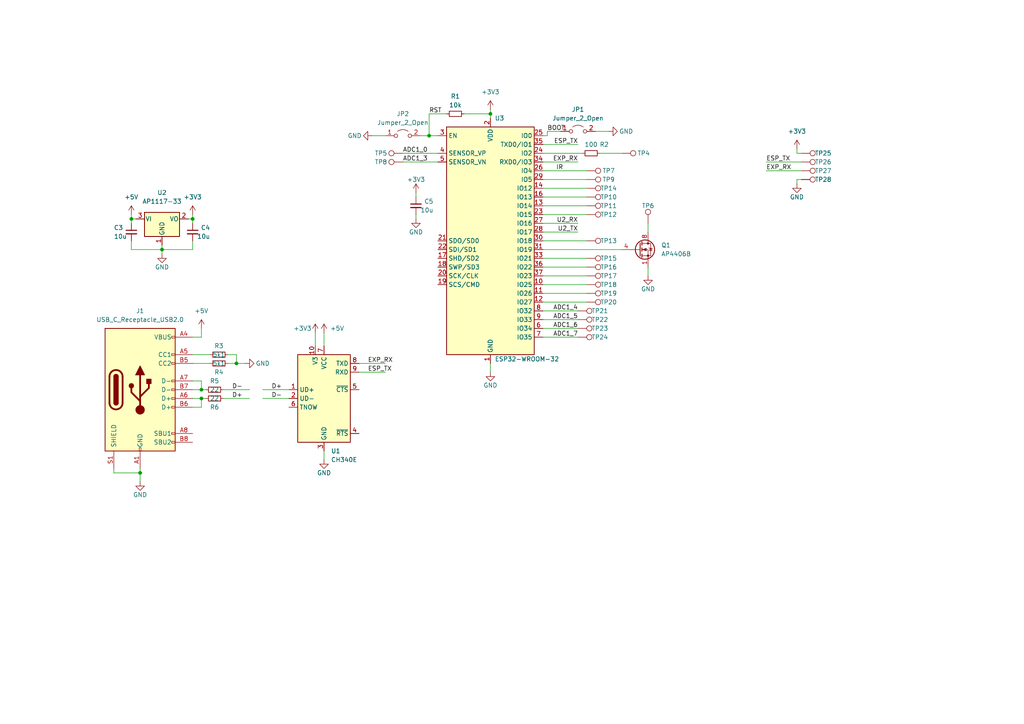
<source format=kicad_sch>
(kicad_sch (version 20211123) (generator eeschema)
  (paper "A4")
  (lib_symbols
    (symbol "Connector:TestPoint" (pin_numbers hide) (pin_names (offset 0.762) hide)
      (property "Reference" "TP" (at 0 6.858 0))
      (property "Value" "TestPoint" (at 0 5.08 0))
      (symbol "TestPoint_0_1"
        (circle (center 0 3.302) (radius 0.762))
      )
      (symbol "TestPoint_1_1"
        (pin passive line (at 0 0 90) (length 2.54) (name "1") (number "1"))
      )
    )
    (symbol "Connector:USB_C_Receptacle_USB2.0" (pin_names (offset 1.016))
      (property "Reference" "J" (at -10.16 19.05 0))
      (property "Value" "USB_C_Receptacle_USB2.0" (at 19.05 19.05 0))
      (symbol "USB_C_Receptacle_USB2.0_0_0"
        (rectangle (start -0.254 -17.78) (end 0.254 -16.764))
        (rectangle (start 10.16 -14.986) (end 9.144 -15.494))
        (rectangle (start 10.16 -12.446) (end 9.144 -12.954))
        (rectangle (start 10.16 -4.826) (end 9.144 -5.334))
        (rectangle (start 10.16 -2.286) (end 9.144 -2.794))
        (rectangle (start 10.16 0.254) (end 9.144 -0.254))
        (rectangle (start 10.16 2.794) (end 9.144 2.286))
        (rectangle (start 10.16 7.874) (end 9.144 7.366))
        (rectangle (start 10.16 10.414) (end 9.144 9.906))
        (rectangle (start 10.16 15.494) (end 9.144 14.986))
      )
      (symbol "USB_C_Receptacle_USB2.0_0_1"
        (rectangle (start -10.16 17.78) (end 10.16 -17.78) (stroke (width 0.254)) (fill (type background)))
        (arc (start -8.89 -3.81) (mid -6.985 -5.715) (end -5.08 -3.81) (stroke (width 0.508)))
        (arc (start -7.62 -3.81) (mid -6.985 -4.445) (end -6.35 -3.81) (stroke (width 0.254)))
        (arc (start -7.62 -3.81) (mid -6.985 -4.445) (end -6.35 -3.81) (stroke (width 0.254)) (fill (type outline)))
        (rectangle (start -7.62 -3.81) (end -6.35 3.81) (stroke (width 0.254)) (fill (type outline)))
        (arc (start -6.35 3.81) (mid -6.985 4.445) (end -7.62 3.81) (stroke (width 0.254)))
        (arc (start -6.35 3.81) (mid -6.985 4.445) (end -7.62 3.81) (stroke (width 0.254)) (fill (type outline)))
        (arc (start -5.08 3.81) (mid -6.985 5.715) (end -8.89 3.81) (stroke (width 0.508)))
        (circle (center -2.54 1.143) (radius 0.635) (stroke (width 0.254)) (fill (type outline)))
        (circle (center 0 -5.842) (radius 1.27) (fill (type outline)))
        (polyline (pts (xy -8.89 -3.81) (xy -8.89 3.81)) (stroke (width 0.508)))
        (polyline (pts (xy -5.08 3.81) (xy -5.08 -3.81)) (stroke (width 0.508)))
        (polyline (pts (xy 0 -5.842) (xy 0 4.318)) (stroke (width 0.508)))
        (polyline (pts (xy 0 -3.302) (xy -2.54 -0.762) (xy -2.54 0.508)) (stroke (width 0.508)))
        (polyline (pts (xy 0 -2.032) (xy 2.54 0.508) (xy 2.54 1.778)) (stroke (width 0.508)))
        (polyline (pts (xy -1.27 4.318) (xy 0 6.858) (xy 1.27 4.318) (xy -1.27 4.318)) (stroke (width 0.254)) (fill (type outline)))
        (rectangle (start 1.905 1.778) (end 3.175 3.048) (stroke (width 0.254)) (fill (type outline)))
      )
      (symbol "USB_C_Receptacle_USB2.0_1_1"
        (pin passive line (at 0 -22.86 90) (length 5.08) (name "GND") (number "A1"))
        (pin passive line (at 0 -22.86 90) (length 5.08) hide (name "GND") (number "A12"))
        (pin passive line (at 15.24 15.24 180) (length 5.08) (name "VBUS") (number "A4"))
        (pin bidirectional line (at 15.24 10.16 180) (length 5.08) (name "CC1") (number "A5"))
        (pin bidirectional line (at 15.24 -2.54 180) (length 5.08) (name "D+") (number "A6"))
        (pin bidirectional line (at 15.24 2.54 180) (length 5.08) (name "D-") (number "A7"))
        (pin bidirectional line (at 15.24 -12.7 180) (length 5.08) (name "SBU1") (number "A8"))
        (pin passive line (at 15.24 15.24 180) (length 5.08) hide (name "VBUS") (number "A9"))
        (pin passive line (at 0 -22.86 90) (length 5.08) hide (name "GND") (number "B1"))
        (pin passive line (at 0 -22.86 90) (length 5.08) hide (name "GND") (number "B12"))
        (pin passive line (at 15.24 15.24 180) (length 5.08) hide (name "VBUS") (number "B4"))
        (pin bidirectional line (at 15.24 7.62 180) (length 5.08) (name "CC2") (number "B5"))
        (pin bidirectional line (at 15.24 -5.08 180) (length 5.08) (name "D+") (number "B6"))
        (pin bidirectional line (at 15.24 0 180) (length 5.08) (name "D-") (number "B7"))
        (pin bidirectional line (at 15.24 -15.24 180) (length 5.08) (name "SBU2") (number "B8"))
        (pin passive line (at 15.24 15.24 180) (length 5.08) hide (name "VBUS") (number "B9"))
        (pin passive line (at -7.62 -22.86 90) (length 5.08) (name "SHIELD") (number "S1"))
      )
    )
    (symbol "Device:C_Small" (pin_numbers hide) (pin_names (offset 0.254) hide)
      (property "Reference" "C" (at 0.254 1.778 0))
      (property "Value" "C_Small" (at 0.254 -2.032 0))
      (symbol "C_Small_0_1"
        (polyline (pts (xy -1.524 -0.508) (xy 1.524 -0.508)) (stroke (width 0.3302)))
        (polyline (pts (xy -1.524 0.508) (xy 1.524 0.508)) (stroke (width 0.3048)))
      )
      (symbol "C_Small_1_1"
        (pin passive line (at 0 2.54 270) (length 2.032) (name "~") (number "1"))
        (pin passive line (at 0 -2.54 90) (length 2.032) (name "~") (number "2"))
      )
    )
    (symbol "Device:R_Small" (pin_numbers hide) (pin_names (offset 0.254) hide)
      (property "Reference" "R" (at 0.762 0.508 0))
      (property "Value" "R_Small" (at 0.762 -1.016 0))
      (symbol "R_Small_0_1"
        (rectangle (start -0.762 1.778) (end 0.762 -1.778) (stroke (width 0.2032)))
      )
      (symbol "R_Small_1_1"
        (pin passive line (at 0 2.54 270) (length 0.762) (name "~") (number "1"))
        (pin passive line (at 0 -2.54 90) (length 0.762) (name "~") (number "2"))
      )
    )
    (symbol "Interface_USB:CH340E"
      (property "Reference" "U" (at -5.08 13.97 0))
      (property "Value" "CH340E" (at 1.27 13.97 0))
      (symbol "CH340E_0_1"
        (rectangle (start -7.62 12.7) (end 7.62 -12.7) (stroke (width 0.254)) (fill (type background)))
      )
      (symbol "CH340E_1_1"
        (pin bidirectional line (at -10.16 2.54 0) (length 2.54) (name "UD+") (number "1"))
        (pin passive line (at -2.54 15.24 270) (length 2.54) (name "V3") (number "10"))
        (pin bidirectional line (at -10.16 0 0) (length 2.54) (name "UD-") (number "2"))
        (pin power_in line (at 0 -15.24 90) (length 2.54) (name "GND") (number "3"))
        (pin output line (at 10.16 -10.16 180) (length 2.54) (name "~{RTS}") (number "4"))
        (pin input line (at 10.16 2.54 180) (length 2.54) (name "~{CTS}") (number "5"))
        (pin output line (at -10.16 -2.54 0) (length 2.54) (name "TNOW") (number "6"))
        (pin power_in line (at 0 15.24 270) (length 2.54) (name "VCC") (number "7"))
        (pin output line (at 10.16 10.16 180) (length 2.54) (name "TXD") (number "8"))
        (pin input line (at 10.16 7.62 180) (length 2.54) (name "RXD") (number "9"))
      )
    )
    (symbol "Jumper:Jumper_2_Open" (pin_names (offset 0) hide)
      (property "Reference" "JP" (at 0 2.794 0))
      (property "Value" "Jumper_2_Open" (at 0 -2.286 0))
      (symbol "Jumper_2_Open_0_0"
        (circle (center -2.032 0) (radius 0.508))
        (circle (center 2.032 0) (radius 0.508))
      )
      (symbol "Jumper_2_Open_0_1"
        (arc (start 1.524 1.27) (mid 0 1.778) (end -1.524 1.27))
      )
      (symbol "Jumper_2_Open_1_1"
        (pin passive line (at -5.08 0 0) (length 2.54) (name "A") (number "1"))
        (pin passive line (at 5.08 0 180) (length 2.54) (name "B") (number "2"))
      )
    )
    (symbol "RF_Module:ESP32-WROOM-32"
      (property "Reference" "U" (at -12.7 34.29 0))
      (property "Value" "ESP32-WROOM-32" (at 1.27 34.29 0))
      (symbol "ESP32-WROOM-32_0_1"
        (rectangle (start -12.7 33.02) (end 12.7 -33.02) (stroke (width 0.254)) (fill (type background)))
      )
      (symbol "ESP32-WROOM-32_1_1"
        (pin power_in line (at 0 -35.56 90) (length 2.54) (name "GND") (number "1"))
        (pin bidirectional line (at 15.24 -12.7 180) (length 2.54) (name "IO25") (number "10"))
        (pin bidirectional line (at 15.24 -15.24 180) (length 2.54) (name "IO26") (number "11"))
        (pin bidirectional line (at 15.24 -17.78 180) (length 2.54) (name "IO27") (number "12"))
        (pin bidirectional line (at 15.24 10.16 180) (length 2.54) (name "IO14") (number "13"))
        (pin bidirectional line (at 15.24 15.24 180) (length 2.54) (name "IO12") (number "14"))
        (pin passive line (at 0 -35.56 90) (length 2.54) hide (name "GND") (number "15"))
        (pin bidirectional line (at 15.24 12.7 180) (length 2.54) (name "IO13") (number "16"))
        (pin bidirectional line (at -15.24 -5.08 0) (length 2.54) (name "SHD/SD2") (number "17"))
        (pin bidirectional line (at -15.24 -7.62 0) (length 2.54) (name "SWP/SD3") (number "18"))
        (pin bidirectional line (at -15.24 -12.7 0) (length 2.54) (name "SCS/CMD") (number "19"))
        (pin power_in line (at 0 35.56 270) (length 2.54) (name "VDD") (number "2"))
        (pin bidirectional line (at -15.24 -10.16 0) (length 2.54) (name "SCK/CLK") (number "20"))
        (pin bidirectional line (at -15.24 0 0) (length 2.54) (name "SDO/SD0") (number "21"))
        (pin bidirectional line (at -15.24 -2.54 0) (length 2.54) (name "SDI/SD1") (number "22"))
        (pin bidirectional line (at 15.24 7.62 180) (length 2.54) (name "IO15") (number "23"))
        (pin bidirectional line (at 15.24 25.4 180) (length 2.54) (name "IO2") (number "24"))
        (pin bidirectional line (at 15.24 30.48 180) (length 2.54) (name "IO0") (number "25"))
        (pin bidirectional line (at 15.24 20.32 180) (length 2.54) (name "IO4") (number "26"))
        (pin bidirectional line (at 15.24 5.08 180) (length 2.54) (name "IO16") (number "27"))
        (pin bidirectional line (at 15.24 2.54 180) (length 2.54) (name "IO17") (number "28"))
        (pin bidirectional line (at 15.24 17.78 180) (length 2.54) (name "IO5") (number "29"))
        (pin input line (at -15.24 30.48 0) (length 2.54) (name "EN") (number "3"))
        (pin bidirectional line (at 15.24 0 180) (length 2.54) (name "IO18") (number "30"))
        (pin bidirectional line (at 15.24 -2.54 180) (length 2.54) (name "IO19") (number "31"))
        (pin no_connect line (at -12.7 -27.94 0) (length 2.54) hide (name "NC") (number "32"))
        (pin bidirectional line (at 15.24 -5.08 180) (length 2.54) (name "IO21") (number "33"))
        (pin bidirectional line (at 15.24 22.86 180) (length 2.54) (name "RXD0/IO3") (number "34"))
        (pin bidirectional line (at 15.24 27.94 180) (length 2.54) (name "TXD0/IO1") (number "35"))
        (pin bidirectional line (at 15.24 -7.62 180) (length 2.54) (name "IO22") (number "36"))
        (pin bidirectional line (at 15.24 -10.16 180) (length 2.54) (name "IO23") (number "37"))
        (pin passive line (at 0 -35.56 90) (length 2.54) hide (name "GND") (number "38"))
        (pin passive line (at 0 -35.56 90) (length 2.54) hide (name "GND") (number "39"))
        (pin input line (at -15.24 25.4 0) (length 2.54) (name "SENSOR_VP") (number "4"))
        (pin input line (at -15.24 22.86 0) (length 2.54) (name "SENSOR_VN") (number "5"))
        (pin input line (at 15.24 -25.4 180) (length 2.54) (name "IO34") (number "6"))
        (pin input line (at 15.24 -27.94 180) (length 2.54) (name "IO35") (number "7"))
        (pin bidirectional line (at 15.24 -20.32 180) (length 2.54) (name "IO32") (number "8"))
        (pin bidirectional line (at 15.24 -22.86 180) (length 2.54) (name "IO33") (number "9"))
      )
    )
    (symbol "Regulator_Linear:AP1117-33" (pin_names (offset 0.254))
      (property "Reference" "U" (at -3.81 3.175 0))
      (property "Value" "AP1117-33" (at 0 3.175 0))
      (symbol "AP1117-33_0_1"
        (rectangle (start -5.08 -5.08) (end 5.08 1.905) (stroke (width 0.254)) (fill (type background)))
      )
      (symbol "AP1117-33_1_1"
        (pin power_in line (at 0 -7.62 90) (length 2.54) (name "GND") (number "1"))
        (pin power_out line (at 7.62 0 180) (length 2.54) (name "VO") (number "2"))
        (pin power_in line (at -7.62 0 0) (length 2.54) (name "VI") (number "3"))
      )
    )
    (symbol "Transistor_FET:IRF8721PBF-1" (pin_names hide)
      (property "Reference" "Q" (at 5.08 2.54 0))
      (property "Value" "IRF8721PBF-1" (at 5.08 0 0))
      (symbol "IRF8721PBF-1_0_1"
        (polyline (pts (xy 0.254 0) (xy -2.54 0)))
        (polyline (pts (xy 0.254 1.905) (xy 0.254 -1.905)) (stroke (width 0.254)))
        (polyline (pts (xy 0.762 -1.27) (xy 0.762 -2.286)) (stroke (width 0.254)))
        (polyline (pts (xy 0.762 0.508) (xy 0.762 -0.508)) (stroke (width 0.254)))
        (polyline (pts (xy 0.762 2.286) (xy 0.762 1.27)) (stroke (width 0.254)))
        (polyline (pts (xy 2.54 2.54) (xy 2.54 1.778)))
        (polyline (pts (xy 2.54 -2.54) (xy 2.54 0) (xy 0.762 0)))
        (polyline (pts (xy 0.762 -1.778) (xy 3.302 -1.778) (xy 3.302 1.778) (xy 0.762 1.778)))
        (polyline (pts (xy 1.016 0) (xy 2.032 0.381) (xy 2.032 -0.381) (xy 1.016 0)) (fill (type outline)))
        (polyline (pts (xy 2.794 0.508) (xy 2.921 0.381) (xy 3.683 0.381) (xy 3.81 0.254)))
        (polyline (pts (xy 3.302 0.381) (xy 2.921 -0.254) (xy 3.683 -0.254) (xy 3.302 0.381)))
        (circle (center 1.651 0) (radius 2.794) (stroke (width 0.254)))
        (circle (center 2.54 -1.778) (radius 0.254) (fill (type outline)))
        (circle (center 2.54 1.778) (radius 0.254) (fill (type outline)))
      )
      (symbol "IRF8721PBF-1_1_1"
        (pin passive line (at 2.54 -5.08 90) (length 2.54) (name "S") (number "1"))
        (pin passive line (at 2.54 -5.08 90) (length 2.54) hide (name "S") (number "2"))
        (pin passive line (at 2.54 -5.08 90) (length 2.54) hide (name "S") (number "3"))
        (pin input line (at -5.08 0 0) (length 2.54) (name "G") (number "4"))
        (pin passive line (at 2.54 5.08 270) (length 2.54) hide (name "D") (number "5"))
        (pin passive line (at 2.54 5.08 270) (length 2.54) hide (name "D") (number "6"))
        (pin passive line (at 2.54 5.08 270) (length 2.54) hide (name "D") (number "7"))
        (pin passive line (at 2.54 5.08 270) (length 2.54) (name "D") (number "8"))
      )
    )
    (symbol "power:+3V3" (power) (pin_names (offset 0))
      (property "Value" "+3V3" (at 0 3.556 0))
      (symbol "+3V3_0_1"
        (polyline (pts (xy -0.762 1.27) (xy 0 2.54)))
        (polyline (pts (xy 0 0) (xy 0 2.54)))
        (polyline (pts (xy 0 2.54) (xy 0.762 1.27)))
      )
      (symbol "+3V3_1_1"
        (pin power_in line (at 0 0 90) (length 0) hide (name "+3V3") (number "1"))
      )
    )
    (symbol "power:+5V" (power) (pin_names (offset 0))
      (property "Value" "+5V" (at 0 3.556 0))
      (symbol "+5V_0_1"
        (polyline (pts (xy -0.762 1.27) (xy 0 2.54)))
        (polyline (pts (xy 0 0) (xy 0 2.54)))
        (polyline (pts (xy 0 2.54) (xy 0.762 1.27)))
      )
      (symbol "+5V_1_1"
        (pin power_in line (at 0 0 90) (length 0) hide (name "+5V") (number "1"))
      )
    )
    (symbol "power:GND" (power) (pin_names (offset 0))
      (property "Value" "GND" (at 0 -3.81 0))
      (symbol "GND_0_1"
        (polyline (pts (xy 0 0) (xy 0 -1.27) (xy 1.27 -1.27) (xy 0 -2.54) (xy -1.27 -1.27) (xy 0 -1.27)))
      )
      (symbol "GND_1_1"
        (pin power_in line (at 0 0 270) (length 0) hide (name "GND") (number "1"))
      )
    )
  )
  (junction (at 38.1 63.5))
  (junction (at 40.64 137.16))
  (junction (at 58.42 113.03))
  (junction (at 68.58 105.41))
  (junction (at 46.99 72.39))
  (junction (at 58.42 115.57))
  (junction (at 124.46 39.37))
  (junction (at 142.24 33.02))
  (junction (at 55.88 63.5))
  (wire (pts (xy 231.14 53.34) (xy 231.14 52.07)))
  (wire (pts (xy 222.25 46.99) (xy 232.41 46.99)))
  (wire (pts (xy 55.88 113.03) (xy 58.42 113.03)))
  (wire (pts (xy 55.88 110.49) (xy 58.42 110.49)))
  (wire (pts (xy 157.48 59.69) (xy 170.18 59.69)))
  (wire (pts (xy 157.48 62.23) (xy 170.18 62.23)))
  (wire (pts (xy 55.88 105.41) (xy 60.96 105.41)))
  (wire (pts (xy 157.48 82.55) (xy 170.18 82.55)))
  (wire (pts (xy 120.65 62.23) (xy 120.65 63.5)))
  (wire (pts (xy 157.48 87.63) (xy 170.18 87.63)))
  (wire (pts (xy 222.25 49.53) (xy 232.41 49.53)))
  (wire (pts (xy 58.42 118.11) (xy 58.42 115.57)))
  (wire (pts (xy 124.46 39.37) (xy 127 39.37)))
  (wire (pts (xy 38.1 69.85) (xy 38.1 72.39)))
  (wire (pts (xy 157.48 44.45) (xy 168.91 44.45)))
  (wire (pts (xy 68.58 105.41) (xy 71.12 105.41)))
  (wire (pts (xy 93.98 96.52) (xy 93.98 100.33)))
  (wire (pts (xy 58.42 95.25) (xy 58.42 97.79)))
  (wire (pts (xy 172.72 38.1) (xy 176.53 38.1)))
  (wire (pts (xy 167.64 64.77) (xy 157.48 64.77)))
  (wire (pts (xy 187.96 64.77) (xy 187.96 67.31)))
  (wire (pts (xy 124.46 33.02) (xy 129.54 33.02)))
  (wire (pts (xy 167.64 41.91) (xy 157.48 41.91)))
  (wire (pts (xy 58.42 115.57) (xy 59.69 115.57)))
  (wire (pts (xy 55.88 62.23) (xy 55.88 63.5)))
  (wire (pts (xy 91.44 96.52) (xy 91.44 100.33)))
  (wire (pts (xy 38.1 63.5) (xy 39.37 63.5)))
  (wire (pts (xy 120.65 55.88) (xy 120.65 57.15)))
  (wire (pts (xy 167.64 92.71) (xy 157.48 92.71)))
  (wire (pts (xy 38.1 72.39) (xy 46.99 72.39)))
  (wire (pts (xy 116.84 44.45) (xy 127 44.45)))
  (wire (pts (xy 58.42 97.79) (xy 55.88 97.79)))
  (wire (pts (xy 187.96 77.47) (xy 187.96 80.01)))
  (wire (pts (xy 231.14 43.18) (xy 231.14 44.45)))
  (wire (pts (xy 142.24 31.75) (xy 142.24 33.02)))
  (wire (pts (xy 167.64 46.99) (xy 157.48 46.99)))
  (wire (pts (xy 66.04 105.41) (xy 68.58 105.41)))
  (wire (pts (xy 173.99 44.45) (xy 180.34 44.45)))
  (wire (pts (xy 158.75 38.1) (xy 162.56 38.1)))
  (wire (pts (xy 66.04 102.87) (xy 68.58 102.87)))
  (wire (pts (xy 58.42 110.49) (xy 58.42 113.03)))
  (wire (pts (xy 104.14 107.95) (xy 111.76 107.95)))
  (wire (pts (xy 38.1 62.23) (xy 38.1 63.5)))
  (wire (pts (xy 157.48 57.15) (xy 170.18 57.15)))
  (wire (pts (xy 54.61 63.5) (xy 55.88 63.5)))
  (wire (pts (xy 55.88 102.87) (xy 60.96 102.87)))
  (wire (pts (xy 157.48 49.53) (xy 170.18 49.53)))
  (wire (pts (xy 157.48 74.93) (xy 170.18 74.93)))
  (wire (pts (xy 157.48 77.47) (xy 170.18 77.47)))
  (wire (pts (xy 157.48 72.39) (xy 180.34 72.39)))
  (wire (pts (xy 157.48 69.85) (xy 170.18 69.85)))
  (wire (pts (xy 55.88 115.57) (xy 58.42 115.57)))
  (wire (pts (xy 55.88 69.85) (xy 55.88 72.39)))
  (wire (pts (xy 231.14 52.07) (xy 232.41 52.07)))
  (wire (pts (xy 124.46 33.02) (xy 124.46 39.37)))
  (wire (pts (xy 116.84 46.99) (xy 127 46.99)))
  (wire (pts (xy 55.88 118.11) (xy 58.42 118.11)))
  (wire (pts (xy 121.92 39.37) (xy 124.46 39.37)))
  (wire (pts (xy 157.48 39.37) (xy 158.75 39.37)))
  (wire (pts (xy 157.48 85.09) (xy 170.18 85.09)))
  (wire (pts (xy 158.75 39.37) (xy 158.75 38.1)))
  (wire (pts (xy 157.48 80.01) (xy 170.18 80.01)))
  (wire (pts (xy 142.24 33.02) (xy 142.24 34.29)))
  (wire (pts (xy 55.88 72.39) (xy 46.99 72.39)))
  (wire (pts (xy 231.14 44.45) (xy 232.41 44.45)))
  (wire (pts (xy 167.64 67.31) (xy 157.48 67.31)))
  (wire (pts (xy 58.42 113.03) (xy 59.69 113.03)))
  (wire (pts (xy 46.99 72.39) (xy 46.99 73.66)))
  (wire (pts (xy 167.64 95.25) (xy 157.48 95.25)))
  (wire (pts (xy 38.1 63.5) (xy 38.1 64.77)))
  (wire (pts (xy 40.64 137.16) (xy 40.64 139.7)))
  (wire (pts (xy 167.64 97.79) (xy 157.48 97.79)))
  (wire (pts (xy 68.58 102.87) (xy 68.58 105.41)))
  (wire (pts (xy 40.64 137.16) (xy 40.64 135.89)))
  (wire (pts (xy 64.77 113.03) (xy 72.39 113.03)))
  (wire (pts (xy 104.14 105.41) (xy 111.76 105.41)))
  (wire (pts (xy 167.64 90.17) (xy 157.48 90.17)))
  (wire (pts (xy 55.88 63.5) (xy 55.88 64.77)))
  (wire (pts (xy 46.99 71.12) (xy 46.99 72.39)))
  (wire (pts (xy 111.76 39.37) (xy 107.95 39.37)))
  (wire (pts (xy 33.02 137.16) (xy 40.64 137.16)))
  (wire (pts (xy 157.48 54.61) (xy 170.18 54.61)))
  (wire (pts (xy 93.98 130.81) (xy 93.98 133.35)))
  (wire (pts (xy 76.2 113.03) (xy 83.82 113.03)))
  (wire (pts (xy 157.48 52.07) (xy 170.18 52.07)))
  (wire (pts (xy 142.24 105.41) (xy 142.24 107.95)))
  (wire (pts (xy 134.62 33.02) (xy 142.24 33.02)))
  (wire (pts (xy 64.77 115.57) (xy 72.39 115.57)))
  (wire (pts (xy 33.02 135.89) (xy 33.02 137.16)))
  (wire (pts (xy 76.2 115.57) (xy 83.82 115.57)))
  (label "ADC1_4" (at 167.64 90.17 180))
  (label "BOOT" (at 158.75 38.1 0))
  (label "ADC1_7" (at 167.64 97.79 180))
  (label "U2_TX" (at 167.64 67.31 180))
  (label "ESP_TX" (at 222.25 46.99 0))
  (label "U2_RX" (at 167.64 64.77 180))
  (label "ESP_TX" (at 167.64 41.91 180))
  (label "ADC1_3" (at 116.84 46.99 0))
  (label "D-" (at 67.31 113.03 0))
  (label "ADC1_6" (at 167.64 95.25 180))
  (label "ADC1_5" (at 167.64 92.71 180))
  (label "D-" (at 78.74 115.57 0))
  (label "D+" (at 67.31 115.57 0))
  (label "ESP_TX" (at 106.68 107.95 0))
  (label "EXP_RX" (at 167.64 46.99 180))
  (label "D+" (at 78.74 113.03 0))
  (label "EXP_RX" (at 106.68 105.41 0))
  (label "IR" (at 161.29 49.53 0))
  (label "RST" (at 124.46 33.02 0))
  (label "EXP_RX" (at 222.25 49.53 0))
  (label "ADC1_0" (at 116.84 44.45 0))
  (symbol (lib_id "Device:C_Small") (at 55.88 67.31 0) (mirror y) (unit 1)
    (property "Reference" "C4" (at 60.96 66.04 0) (effects (justify left)))
    (property "Value" "10u" (at 60.96 68.58 0) (effects (justify left)))
    (property "Footprint" "Capacitor_SMD:C_0805_2012Metric" (effects hide))
  )
  (symbol (lib_id "Connector:TestPoint") (at 170.18 49.53 270) (unit 1)
    (property "Reference" "TP7" (at 176.53 49.53 90))
    (property "Value" "TestPoint" (effects hide))
    (property "Footprint" "TestPoint:TestPoint_Pad_D1.5mm" (effects hide))
  )
  (symbol (lib_id "power:GND") (at 46.99 73.66 0) (unit 1)
    (property "Reference" "#PWR0106" (effects hide))
    (property "Value" "GND" (at 46.99 77.47 0))
  )
  (symbol (lib_id "Connector:TestPoint") (at 170.18 54.61 270) (unit 1)
    (property "Reference" "TP14" (at 176.53 54.61 90))
    (property "Value" "TestPoint" (effects hide))
    (property "Footprint" "TestPoint:TestPoint_Pad_D1.5mm" (effects hide))
  )
  (symbol (lib_id "Device:R_Small") (at 62.23 113.03 90) (unit 1)
    (property "Reference" "R5" (at 62.23 110.49 90))
    (property "Value" "22" (at 62.23 113.03 90))
    (property "Footprint" "Resistor_SMD:R_0603_1608Metric" (effects hide))
  )
  (symbol (lib_id "power:GND") (at 120.65 63.5 0) (unit 1)
    (property "Reference" "#PWR0117" (effects hide))
    (property "Value" "GND" (at 120.65 67.31 0))
  )
  (symbol (lib_id "Device:R_Small") (at 62.23 115.57 270) (unit 1)
    (property "Reference" "R6" (at 62.23 118.11 90))
    (property "Value" "22" (at 62.23 115.57 90))
    (property "Footprint" "Resistor_SMD:R_0603_1608Metric" (effects hide))
  )
  (symbol (lib_id "RF_Module:ESP32-WROOM-32") (at 142.24 69.85 0) (unit 1)
    (property "Reference" "U3" (at 143.51 34.29 0) (effects (justify left)))
    (property "Value" "ESP32-WROOM-32" (at 143.51 104.14 0) (effects (justify left)))
    (property "Footprint" "RF_Module:ESP32-WROOM-32" (effects hide))
    (property "Datasheet" "https://www.espressif.com/sites/default/files/documentation/esp32-wroom-32_datasheet_en.pdf" (effects hide))
  )
  (symbol (lib_id "power:+5V") (at 38.1 62.23 0) (unit 1)
    (property "Reference" "#PWR0105" (effects hide))
    (property "Value" "+5V" (at 38.1 57.15 0))
  )
  (symbol (lib_id "power:GND") (at 93.98 133.35 0) (unit 1)
    (property "Reference" "#PWR0109" (effects hide))
    (property "Value" "GND" (at 93.98 137.16 0))
  )
  (symbol (lib_id "Connector:TestPoint") (at 170.18 57.15 270) (unit 1)
    (property "Reference" "TP10" (at 176.53 57.15 90))
    (property "Value" "TestPoint" (effects hide))
    (property "Footprint" "TestPoint:TestPoint_Pad_D1.5mm" (effects hide))
  )
  (symbol (lib_id "Device:R_Small") (at 171.45 44.45 90) (unit 1)
    (property "Reference" "R2" (at 175.26 41.91 90))
    (property "Value" "100" (at 171.45 41.91 90))
    (property "Footprint" "Resistor_SMD:R_0603_1608Metric" (effects hide))
  )
  (symbol (lib_id "Connector:TestPoint") (at 170.18 82.55 270) (unit 1)
    (property "Reference" "TP18" (at 176.53 82.55 90))
    (property "Value" "TestPoint" (effects hide))
    (property "Footprint" "TestPoint:TestPoint_Pad_D1.5mm" (effects hide))
  )
  (symbol (lib_id "power:GND") (at 40.64 139.7 0) (unit 1)
    (property "Reference" "#PWR0102" (effects hide))
    (property "Value" "GND" (at 40.64 143.51 0))
  )
  (symbol (lib_id "power:+5V") (at 93.98 96.52 0) (unit 1)
    (property "Reference" "#PWR0104" (effects hide))
    (property "Value" "+5V" (at 97.79 95.25 0))
  )
  (symbol (lib_id "Connector:TestPoint") (at 170.18 77.47 270) (unit 1)
    (property "Reference" "TP16" (at 176.53 77.47 90))
    (property "Value" "TestPoint" (effects hide))
    (property "Footprint" "TestPoint:TestPoint_Pad_D1.5mm" (effects hide))
  )
  (symbol (lib_id "Connector:TestPoint") (at 167.64 92.71 270) (unit 1)
    (property "Reference" "TP22" (at 173.99 92.71 90))
    (property "Value" "TestPoint" (effects hide))
    (property "Footprint" "TestPoint:TestPoint_Pad_D1.5mm" (effects hide))
  )
  (symbol (lib_id "Connector:TestPoint") (at 187.96 64.77 0) (unit 1)
    (property "Reference" "TP6" (at 187.96 59.69 0))
    (property "Value" "TestPoint" (effects hide))
    (property "Footprint" "TestPoint:TestPoint_Pad_2.0x2.0mm" (effects hide))
  )
  (symbol (lib_id "Transistor_FET:IRF8721PBF-1") (at 185.42 72.39 0) (unit 1)
    (property "Reference" "Q1" (at 191.77 71.1199 0) (effects (justify left)))
    (property "Value" "AP4406B" (at 191.77 73.6599 0) (effects (justify left)))
    (property "Footprint" "Package_SO:SOP-8_3.76x4.96mm_P1.27mm" (effects hide))
    (property "Datasheet" "http://www.irf.com/product-info/datasheets/data/irf8721pbf-1.pdf" (effects hide))
  )
  (symbol (lib_id "Connector:TestPoint") (at 170.18 59.69 270) (unit 1)
    (property "Reference" "TP11" (at 176.53 59.69 90))
    (property "Value" "TestPoint" (effects hide))
    (property "Footprint" "TestPoint:TestPoint_Pad_D1.5mm" (effects hide))
  )
  (symbol (lib_id "Interface_USB:CH340E") (at 93.98 115.57 0) (unit 1)
    (property "Reference" "U1" (at 95.9994 130.81 0) (effects (justify left)))
    (property "Value" "CH340E" (at 95.9994 133.35 0) (effects (justify left)))
    (property "Footprint" "Package_SO:MSOP-10_3x3mm_P0.5mm" (effects hide))
    (property "Datasheet" "https://www.mpja.com/download/35227cpdata.pdf" (effects hide))
  )
  (symbol (lib_id "Jumper:Jumper_2_Open") (at 116.84 39.37 0) (unit 1)
    (property "Reference" "JP2" (at 116.84 33.02 0))
    (property "Value" "Jumper_2_Open" (at 116.84 35.56 0))
    (property "Footprint" "Jumper:SolderJumper-2_P1.3mm_Open_RoundedPad1.0x1.5mm" (effects hide))
  )
  (symbol (lib_id "Connector:TestPoint") (at 170.18 52.07 270) (unit 1)
    (property "Reference" "TP9" (at 176.53 52.07 90))
    (property "Value" "TestPoint" (effects hide))
    (property "Footprint" "TestPoint:TestPoint_Pad_D1.5mm" (effects hide))
  )
  (symbol (lib_id "power:+3V3") (at 142.24 31.75 0) (unit 1)
    (property "Reference" "#PWR0111" (effects hide))
    (property "Value" "+3V3" (at 142.24 26.67 0))
  )
  (symbol (lib_id "power:GND") (at 187.96 80.01 0) (unit 1)
    (property "Reference" "#PWR0115" (effects hide))
    (property "Value" "GND" (at 187.96 83.82 0))
  )
  (symbol (lib_id "Connector:TestPoint") (at 170.18 80.01 270) (unit 1)
    (property "Reference" "TP17" (at 176.53 80.01 90))
    (property "Value" "TestPoint" (effects hide))
    (property "Footprint" "TestPoint:TestPoint_Pad_D1.5mm" (effects hide))
  )
  (symbol (lib_id "power:GND") (at 71.12 105.41 90) (unit 1)
    (property "Reference" "#PWR0103" (effects hide))
    (property "Value" "GND" (at 76.2 105.41 90))
  )
  (symbol (lib_id "power:GND") (at 231.14 53.34 0) (unit 1)
    (property "Reference" "#PWR0119" (effects hide))
    (property "Value" "GND" (at 231.14 57.15 0))
  )
  (symbol (lib_id "Device:C_Small") (at 120.65 59.69 0) (mirror y) (unit 1)
    (property "Reference" "C5" (at 125.73 58.42 0) (effects (justify left)))
    (property "Value" "10u" (at 125.73 60.96 0) (effects (justify left)))
    (property "Footprint" "Capacitor_SMD:C_0805_2012Metric" (effects hide))
  )
  (symbol (lib_id "power:+3V3") (at 55.88 62.23 0) (unit 1)
    (property "Reference" "#PWR0107" (effects hide))
    (property "Value" "+3V3" (at 55.88 57.15 0))
  )
  (symbol (lib_id "Connector:TestPoint") (at 167.64 90.17 270) (unit 1)
    (property "Reference" "TP21" (at 173.99 90.17 90))
    (property "Value" "TestPoint" (effects hide))
    (property "Footprint" "TestPoint:TestPoint_Pad_D1.5mm" (effects hide))
  )
  (symbol (lib_id "Device:R_Small") (at 63.5 102.87 90) (unit 1)
    (property "Reference" "R3" (at 63.5 100.33 90))
    (property "Value" "5k1" (at 63.5 102.87 90))
    (property "Footprint" "Resistor_SMD:R_0603_1608Metric" (effects hide))
  )
  (symbol (lib_id "Connector:TestPoint") (at 167.64 95.25 270) (unit 1)
    (property "Reference" "TP23" (at 173.99 95.25 90))
    (property "Value" "TestPoint" (effects hide))
    (property "Footprint" "TestPoint:TestPoint_Pad_D1.5mm" (effects hide))
  )
  (symbol (lib_id "Connector:TestPoint") (at 170.18 62.23 270) (unit 1)
    (property "Reference" "TP12" (at 176.53 62.23 90))
    (property "Value" "TestPoint" (effects hide))
    (property "Footprint" "TestPoint:TestPoint_Pad_D1.5mm" (effects hide))
  )
  (symbol (lib_id "Connector:TestPoint") (at 180.34 44.45 270) (unit 1)
    (property "Reference" "TP4" (at 186.69 44.45 90))
    (property "Value" "TestPoint" (effects hide))
    (property "Footprint" "TestPoint:TestPoint_Pad_2.0x2.0mm" (effects hide))
  )
  (symbol (lib_id "Connector:TestPoint") (at 170.18 85.09 270) (unit 1)
    (property "Reference" "TP19" (at 176.53 85.09 90))
    (property "Value" "TestPoint" (effects hide))
    (property "Footprint" "TestPoint:TestPoint_Pad_D1.5mm" (effects hide))
  )
  (symbol (lib_id "power:+5V") (at 58.42 95.25 0) (unit 1)
    (property "Reference" "#PWR0101" (effects hide))
    (property "Value" "+5V" (at 58.42 90.17 0))
  )
  (symbol (lib_id "Connector:USB_C_Receptacle_USB2.0") (at 40.64 113.03 0) (unit 1)
    (property "Reference" "J1" (at 40.64 90.17 0))
    (property "Value" "USB_C_Receptacle_USB2.0" (at 40.64 92.71 0))
    (property "Footprint" "Connector_USB:USB_C_Receptacle_GCT_USB4085" (effects hide))
    (property "Datasheet" "https://www.usb.org/sites/default/files/documents/usb_type-c.zip" (effects hide))
  )
  (symbol (lib_id "power:+3V3") (at 231.14 43.18 0) (unit 1)
    (property "Reference" "#PWR0118" (effects hide))
    (property "Value" "+3V3" (at 231.14 38.1 0))
  )
  (symbol (lib_id "Connector:TestPoint") (at 167.64 97.79 270) (unit 1)
    (property "Reference" "TP24" (at 173.99 97.79 90))
    (property "Value" "TestPoint" (effects hide))
    (property "Footprint" "TestPoint:TestPoint_Pad_D1.5mm" (effects hide))
  )
  (symbol (lib_id "Connector:TestPoint") (at 232.41 44.45 270) (unit 1)
    (property "Reference" "TP25" (at 238.76 44.45 90))
    (property "Value" "TestPoint" (effects hide))
    (property "Footprint" "TestPoint:TestPoint_Pad_D1.0mm" (effects hide))
  )
  (symbol (lib_id "Connector:TestPoint") (at 170.18 74.93 270) (unit 1)
    (property "Reference" "TP15" (at 176.53 74.93 90))
    (property "Value" "TestPoint" (effects hide))
    (property "Footprint" "TestPoint:TestPoint_Pad_D1.5mm" (effects hide))
  )
  (symbol (lib_id "Device:C_Small") (at 38.1 67.31 0) (unit 1)
    (property "Reference" "C3" (at 33.02 66.04 0) (effects (justify left)))
    (property "Value" "10u" (at 33.02 68.58 0) (effects (justify left)))
    (property "Footprint" "Capacitor_SMD:C_0805_2012Metric" (effects hide))
  )
  (symbol (lib_id "Connector:TestPoint") (at 232.41 46.99 270) (unit 1)
    (property "Reference" "TP26" (at 238.76 46.99 90))
    (property "Value" "TestPoint" (effects hide))
    (property "Footprint" "TestPoint:TestPoint_Pad_D1.0mm" (effects hide))
  )
  (symbol (lib_id "Connector:TestPoint") (at 116.84 44.45 90) (unit 1)
    (property "Reference" "TP5" (at 110.49 44.45 90))
    (property "Value" "TestPoint" (effects hide))
    (property "Footprint" "TestPoint:TestPoint_Pad_D1.5mm" (effects hide))
  )
  (symbol (lib_id "Connector:TestPoint") (at 232.41 49.53 270) (unit 1)
    (property "Reference" "TP27" (at 238.76 49.53 90))
    (property "Value" "TestPoint" (effects hide))
    (property "Footprint" "TestPoint:TestPoint_Pad_D1.0mm" (effects hide))
  )
  (symbol (lib_id "Connector:TestPoint") (at 116.84 46.99 90) (unit 1)
    (property "Reference" "TP8" (at 110.49 46.99 90))
    (property "Value" "TestPoint" (effects hide))
    (property "Footprint" "TestPoint:TestPoint_Pad_D1.5mm" (effects hide))
  )
  (symbol (lib_id "power:GND") (at 176.53 38.1 90) (unit 1)
    (property "Reference" "#PWR0112" (effects hide))
    (property "Value" "GND" (at 181.61 38.1 90))
  )
  (symbol (lib_id "power:+3V3") (at 91.44 96.52 0) (unit 1)
    (property "Reference" "#PWR0108" (effects hide))
    (property "Value" "+3V3" (at 85.09 95.25 0) (effects (justify left)))
  )
  (symbol (lib_id "Connector:TestPoint") (at 170.18 69.85 270) (unit 1)
    (property "Reference" "TP13" (at 176.53 69.85 90))
    (property "Value" "TestPoint" (effects hide))
    (property "Footprint" "TestPoint:TestPoint_Pad_D1.5mm" (effects hide))
  )
  (symbol (lib_id "power:GND") (at 107.95 39.37 270) (unit 1)
    (property "Reference" "#PWR0113" (effects hide))
    (property "Value" "GND" (at 102.87 39.37 90))
  )
  (symbol (lib_id "Regulator_Linear:AP1117-33") (at 46.99 63.5 0) (unit 1)
    (property "Reference" "U2" (at 46.99 55.88 0))
    (property "Value" "AP1117-33" (at 46.99 58.42 0))
    (property "Footprint" "Package_TO_SOT_SMD:SOT-223-3_TabPin2" (effects hide))
    (property "Datasheet" "http://www.diodes.com/datasheets/AP1117.pdf" (effects hide))
  )
  (symbol (lib_id "Jumper:Jumper_2_Open") (at 167.64 38.1 0) (unit 1)
    (property "Reference" "JP1" (at 167.64 31.75 0))
    (property "Value" "Jumper_2_Open" (at 167.64 34.29 0))
    (property "Footprint" "Jumper:SolderJumper-2_P1.3mm_Open_RoundedPad1.0x1.5mm" (effects hide))
  )
  (symbol (lib_id "Connector:TestPoint") (at 232.41 52.07 270) (unit 1)
    (property "Reference" "TP28" (at 238.76 52.07 90))
    (property "Value" "TestPoint" (effects hide))
    (property "Footprint" "TestPoint:TestPoint_Pad_D1.0mm" (effects hide))
  )
  (symbol (lib_id "Device:R_Small") (at 132.08 33.02 90) (unit 1)
    (property "Reference" "R1" (at 132.08 27.94 90))
    (property "Value" "10k" (at 132.08 30.48 90))
    (property "Footprint" "Resistor_SMD:R_0603_1608Metric" (effects hide))
  )
  (symbol (lib_id "Connector:TestPoint") (at 170.18 87.63 270) (unit 1)
    (property "Reference" "TP20" (at 176.53 87.63 90))
    (property "Value" "TestPoint" (effects hide))
    (property "Footprint" "TestPoint:TestPoint_Pad_D1.5mm" (effects hide))
  )
  (symbol (lib_id "Device:R_Small") (at 63.5 105.41 270) (unit 1)
    (property "Reference" "R4" (at 63.5 107.95 90))
    (property "Value" "5k1" (at 63.5 105.41 90))
    (property "Footprint" "Resistor_SMD:R_0603_1608Metric" (effects hide))
  )
  (symbol (lib_id "power:GND") (at 142.24 107.95 0) (unit 1)
    (property "Reference" "#PWR0114" (effects hide))
    (property "Value" "GND" (at 142.24 111.76 0))
  )
  (symbol (lib_id "power:+3V3") (at 120.65 55.88 0) (unit 1)
    (property "Reference" "#PWR0116" (effects hide))
    (property "Value" "+3V3" (at 120.65 52.07 0))
  )
)
</source>
